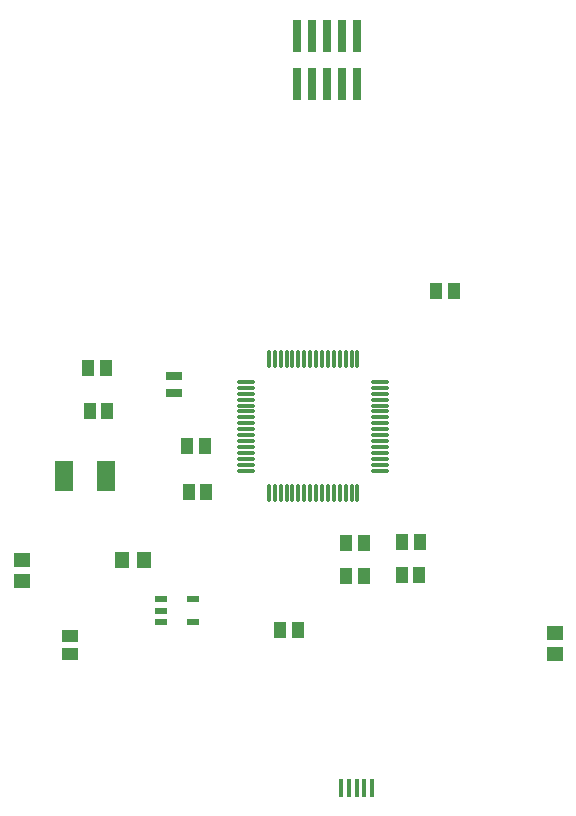
<source format=gtp>
G04*
G04 #@! TF.GenerationSoftware,Altium Limited,Altium Designer,20.1.14 (287)*
G04*
G04 Layer_Color=8421504*
%FSLAX44Y44*%
%MOMM*%
G71*
G04*
G04 #@! TF.SameCoordinates,0151AA7F-9923-44C8-ACC0-2CDA610C712D*
G04*
G04*
G04 #@! TF.FilePolarity,Positive*
G04*
G01*
G75*
%ADD17R,0.7366X2.7940*%
G04:AMPARAMS|DCode=18|XSize=1.49mm|YSize=0.28mm|CornerRadius=0.07mm|HoleSize=0mm|Usage=FLASHONLY|Rotation=270.000|XOffset=0mm|YOffset=0mm|HoleType=Round|Shape=RoundedRectangle|*
%AMROUNDEDRECTD18*
21,1,1.4900,0.1400,0,0,270.0*
21,1,1.3500,0.2800,0,0,270.0*
1,1,0.1400,-0.0700,-0.6750*
1,1,0.1400,-0.0700,0.6750*
1,1,0.1400,0.0700,0.6750*
1,1,0.1400,0.0700,-0.6750*
%
%ADD18ROUNDEDRECTD18*%
G04:AMPARAMS|DCode=19|XSize=1.49mm|YSize=0.28mm|CornerRadius=0.07mm|HoleSize=0mm|Usage=FLASHONLY|Rotation=180.000|XOffset=0mm|YOffset=0mm|HoleType=Round|Shape=RoundedRectangle|*
%AMROUNDEDRECTD19*
21,1,1.4900,0.1400,0,0,180.0*
21,1,1.3500,0.2800,0,0,180.0*
1,1,0.1400,-0.6750,0.0700*
1,1,0.1400,0.6750,0.0700*
1,1,0.1400,0.6750,-0.0700*
1,1,0.1400,-0.6750,-0.0700*
%
%ADD19ROUNDEDRECTD19*%
%ADD20R,1.1000X1.4000*%
%ADD21R,1.2000X1.4000*%
%ADD22R,1.4000X1.2000*%
%ADD23R,1.4000X1.1000*%
%ADD24R,1.0033X0.5080*%
%ADD25R,1.4000X0.7500*%
%ADD26R,1.5000X2.5000*%
%ADD27R,0.4500X1.5000*%
D17*
X787400Y942340D02*
D03*
Y901700D02*
D03*
X774700Y942340D02*
D03*
Y901700D02*
D03*
X762000Y942340D02*
D03*
Y901700D02*
D03*
X749300Y942340D02*
D03*
Y901700D02*
D03*
X736600Y942340D02*
D03*
Y901700D02*
D03*
D18*
X713070Y668840D02*
D03*
X718070D02*
D03*
X723070D02*
D03*
X728070D02*
D03*
X733070D02*
D03*
X738070D02*
D03*
X743070D02*
D03*
X748070D02*
D03*
X753070D02*
D03*
X758070D02*
D03*
X763070D02*
D03*
X768070D02*
D03*
X773070D02*
D03*
X778070D02*
D03*
X783070D02*
D03*
X788070D02*
D03*
Y555440D02*
D03*
X783070D02*
D03*
X778070D02*
D03*
X773070D02*
D03*
X768070D02*
D03*
X763070D02*
D03*
X758070D02*
D03*
X753070D02*
D03*
X748070D02*
D03*
X743070D02*
D03*
X738070D02*
D03*
X733070D02*
D03*
X728070D02*
D03*
X723070D02*
D03*
X718070D02*
D03*
X713070D02*
D03*
D19*
X807270Y649640D02*
D03*
Y644640D02*
D03*
Y639640D02*
D03*
Y634640D02*
D03*
Y629640D02*
D03*
Y624640D02*
D03*
Y619640D02*
D03*
Y614640D02*
D03*
Y609640D02*
D03*
Y604640D02*
D03*
Y599640D02*
D03*
Y594640D02*
D03*
Y589640D02*
D03*
Y584640D02*
D03*
Y579640D02*
D03*
Y574640D02*
D03*
X693870D02*
D03*
Y579640D02*
D03*
Y584640D02*
D03*
Y589640D02*
D03*
Y594640D02*
D03*
Y599640D02*
D03*
Y604640D02*
D03*
Y609640D02*
D03*
Y614640D02*
D03*
Y619640D02*
D03*
Y624640D02*
D03*
Y629640D02*
D03*
Y634640D02*
D03*
Y639640D02*
D03*
Y644640D02*
D03*
Y649640D02*
D03*
D20*
X793510Y485140D02*
D03*
X778510D02*
D03*
X793750Y513080D02*
D03*
X778750D02*
D03*
X840740Y514350D02*
D03*
X825740D02*
D03*
X840620Y486410D02*
D03*
X825620D02*
D03*
X722630Y439420D02*
D03*
X737630D02*
D03*
X561460Y624840D02*
D03*
X576460D02*
D03*
X560190Y661670D02*
D03*
X575190D02*
D03*
X869830Y726440D02*
D03*
X854830D02*
D03*
X659010Y595630D02*
D03*
X644010D02*
D03*
X660280Y556260D02*
D03*
X645280D02*
D03*
D21*
X607060Y499110D02*
D03*
X589060D02*
D03*
D22*
X955040Y436990D02*
D03*
Y418990D02*
D03*
X504080Y499220D02*
D03*
Y481220D02*
D03*
D23*
X544830Y419220D02*
D03*
Y434220D02*
D03*
D24*
X648525Y465430D02*
D03*
Y446430D02*
D03*
X621474D02*
D03*
Y455930D02*
D03*
Y465430D02*
D03*
D25*
X632460Y654680D02*
D03*
Y640080D02*
D03*
D26*
X540030Y570230D02*
D03*
X575030D02*
D03*
D27*
X774550Y306070D02*
D03*
X781050D02*
D03*
X787550D02*
D03*
X794050D02*
D03*
X800550D02*
D03*
M02*

</source>
